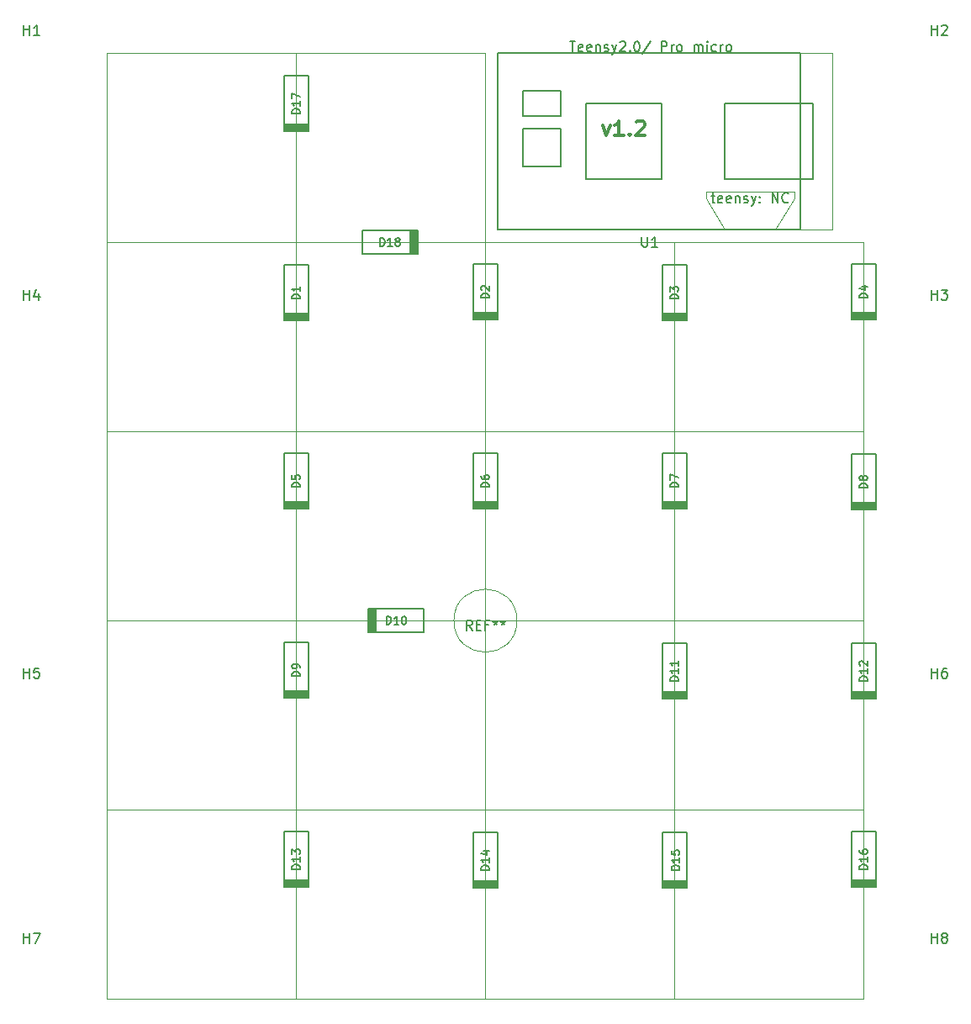
<source format=gbr>
G04 #@! TF.GenerationSoftware,KiCad,Pcbnew,(5.1.2)-2*
G04 #@! TF.CreationDate,2019-08-04T14:17:21-07:00*
G04 #@! TF.ProjectId,pcb v1.2,70636220-7631-42e3-922e-6b696361645f,rev?*
G04 #@! TF.SameCoordinates,Original*
G04 #@! TF.FileFunction,Legend,Top*
G04 #@! TF.FilePolarity,Positive*
%FSLAX46Y46*%
G04 Gerber Fmt 4.6, Leading zero omitted, Abs format (unit mm)*
G04 Created by KiCad (PCBNEW (5.1.2)-2) date 2019-08-04 14:17:21*
%MOMM*%
%LPD*%
G04 APERTURE LIST*
%ADD10C,0.120000*%
%ADD11C,0.150000*%
%ADD12C,0.300000*%
%ADD13C,0.200000*%
G04 APERTURE END LIST*
D10*
X161290000Y-47625000D02*
X157480000Y-47625000D01*
X161290000Y-29845000D02*
X161290000Y-47625000D01*
X160020000Y-29845000D02*
X161290000Y-29845000D01*
X158115000Y-29845000D02*
X160020000Y-29845000D01*
D11*
X142994523Y-28614761D02*
X142137380Y-29900476D01*
X144089761Y-29662380D02*
X144089761Y-28662380D01*
X144470714Y-28662380D01*
X144565952Y-28710000D01*
X144613571Y-28757619D01*
X144661190Y-28852857D01*
X144661190Y-28995714D01*
X144613571Y-29090952D01*
X144565952Y-29138571D01*
X144470714Y-29186190D01*
X144089761Y-29186190D01*
X145089761Y-29662380D02*
X145089761Y-28995714D01*
X145089761Y-29186190D02*
X145137380Y-29090952D01*
X145185000Y-29043333D01*
X145280238Y-28995714D01*
X145375476Y-28995714D01*
X145851666Y-29662380D02*
X145756428Y-29614761D01*
X145708809Y-29567142D01*
X145661190Y-29471904D01*
X145661190Y-29186190D01*
X145708809Y-29090952D01*
X145756428Y-29043333D01*
X145851666Y-28995714D01*
X145994523Y-28995714D01*
X146089761Y-29043333D01*
X146137380Y-29090952D01*
X146185000Y-29186190D01*
X146185000Y-29471904D01*
X146137380Y-29567142D01*
X146089761Y-29614761D01*
X145994523Y-29662380D01*
X145851666Y-29662380D01*
X147375476Y-29662380D02*
X147375476Y-28995714D01*
X147375476Y-29090952D02*
X147423095Y-29043333D01*
X147518333Y-28995714D01*
X147661190Y-28995714D01*
X147756428Y-29043333D01*
X147804047Y-29138571D01*
X147804047Y-29662380D01*
X147804047Y-29138571D02*
X147851666Y-29043333D01*
X147946904Y-28995714D01*
X148089761Y-28995714D01*
X148185000Y-29043333D01*
X148232619Y-29138571D01*
X148232619Y-29662380D01*
X148708809Y-29662380D02*
X148708809Y-28995714D01*
X148708809Y-28662380D02*
X148661190Y-28710000D01*
X148708809Y-28757619D01*
X148756428Y-28710000D01*
X148708809Y-28662380D01*
X148708809Y-28757619D01*
X149613571Y-29614761D02*
X149518333Y-29662380D01*
X149327857Y-29662380D01*
X149232619Y-29614761D01*
X149185000Y-29567142D01*
X149137380Y-29471904D01*
X149137380Y-29186190D01*
X149185000Y-29090952D01*
X149232619Y-29043333D01*
X149327857Y-28995714D01*
X149518333Y-28995714D01*
X149613571Y-29043333D01*
X150042142Y-29662380D02*
X150042142Y-28995714D01*
X150042142Y-29186190D02*
X150089761Y-29090952D01*
X150137380Y-29043333D01*
X150232619Y-28995714D01*
X150327857Y-28995714D01*
X150804047Y-29662380D02*
X150708809Y-29614761D01*
X150661190Y-29567142D01*
X150613571Y-29471904D01*
X150613571Y-29186190D01*
X150661190Y-29090952D01*
X150708809Y-29043333D01*
X150804047Y-28995714D01*
X150946904Y-28995714D01*
X151042142Y-29043333D01*
X151089761Y-29090952D01*
X151137380Y-29186190D01*
X151137380Y-29471904D01*
X151089761Y-29567142D01*
X151042142Y-29614761D01*
X150946904Y-29662380D01*
X150804047Y-29662380D01*
D10*
X155575000Y-47625000D02*
X150495000Y-47625000D01*
X157480000Y-44450000D02*
X155575000Y-47625000D01*
X157480000Y-43815000D02*
X157480000Y-44450000D01*
X148590000Y-43815000D02*
X157480000Y-43815000D01*
X148590000Y-44450000D02*
X148590000Y-43815000D01*
X150495000Y-47625000D02*
X148590000Y-44450000D01*
D11*
X149106428Y-44235714D02*
X149487380Y-44235714D01*
X149249285Y-43902380D02*
X149249285Y-44759523D01*
X149296904Y-44854761D01*
X149392142Y-44902380D01*
X149487380Y-44902380D01*
X150201666Y-44854761D02*
X150106428Y-44902380D01*
X149915952Y-44902380D01*
X149820714Y-44854761D01*
X149773095Y-44759523D01*
X149773095Y-44378571D01*
X149820714Y-44283333D01*
X149915952Y-44235714D01*
X150106428Y-44235714D01*
X150201666Y-44283333D01*
X150249285Y-44378571D01*
X150249285Y-44473809D01*
X149773095Y-44569047D01*
X151058809Y-44854761D02*
X150963571Y-44902380D01*
X150773095Y-44902380D01*
X150677857Y-44854761D01*
X150630238Y-44759523D01*
X150630238Y-44378571D01*
X150677857Y-44283333D01*
X150773095Y-44235714D01*
X150963571Y-44235714D01*
X151058809Y-44283333D01*
X151106428Y-44378571D01*
X151106428Y-44473809D01*
X150630238Y-44569047D01*
X151535000Y-44235714D02*
X151535000Y-44902380D01*
X151535000Y-44330952D02*
X151582619Y-44283333D01*
X151677857Y-44235714D01*
X151820714Y-44235714D01*
X151915952Y-44283333D01*
X151963571Y-44378571D01*
X151963571Y-44902380D01*
X152392142Y-44854761D02*
X152487380Y-44902380D01*
X152677857Y-44902380D01*
X152773095Y-44854761D01*
X152820714Y-44759523D01*
X152820714Y-44711904D01*
X152773095Y-44616666D01*
X152677857Y-44569047D01*
X152535000Y-44569047D01*
X152439761Y-44521428D01*
X152392142Y-44426190D01*
X152392142Y-44378571D01*
X152439761Y-44283333D01*
X152535000Y-44235714D01*
X152677857Y-44235714D01*
X152773095Y-44283333D01*
X153154047Y-44235714D02*
X153392142Y-44902380D01*
X153630238Y-44235714D02*
X153392142Y-44902380D01*
X153296904Y-45140476D01*
X153249285Y-45188095D01*
X153154047Y-45235714D01*
X154011190Y-44807142D02*
X154058809Y-44854761D01*
X154011190Y-44902380D01*
X153963571Y-44854761D01*
X154011190Y-44807142D01*
X154011190Y-44902380D01*
X154011190Y-44283333D02*
X154058809Y-44330952D01*
X154011190Y-44378571D01*
X153963571Y-44330952D01*
X154011190Y-44283333D01*
X154011190Y-44378571D01*
X155249285Y-44902380D02*
X155249285Y-43902380D01*
X155820714Y-44902380D01*
X155820714Y-43902380D01*
X156868333Y-44807142D02*
X156820714Y-44854761D01*
X156677857Y-44902380D01*
X156582619Y-44902380D01*
X156439761Y-44854761D01*
X156344523Y-44759523D01*
X156296904Y-44664285D01*
X156249285Y-44473809D01*
X156249285Y-44330952D01*
X156296904Y-44140476D01*
X156344523Y-44045238D01*
X156439761Y-43950000D01*
X156582619Y-43902380D01*
X156677857Y-43902380D01*
X156820714Y-43950000D01*
X156868333Y-43997619D01*
D12*
X138192142Y-37138571D02*
X138549285Y-38138571D01*
X138906428Y-37138571D01*
X140263571Y-38138571D02*
X139406428Y-38138571D01*
X139835000Y-38138571D02*
X139835000Y-36638571D01*
X139692142Y-36852857D01*
X139549285Y-36995714D01*
X139406428Y-37067142D01*
X140906428Y-37995714D02*
X140977857Y-38067142D01*
X140906428Y-38138571D01*
X140835000Y-38067142D01*
X140906428Y-37995714D01*
X140906428Y-38138571D01*
X141549285Y-36781428D02*
X141620714Y-36710000D01*
X141763571Y-36638571D01*
X142120714Y-36638571D01*
X142263571Y-36710000D01*
X142335000Y-36781428D01*
X142406428Y-36924285D01*
X142406428Y-37067142D01*
X142335000Y-37281428D01*
X141477857Y-38138571D01*
X142406428Y-38138571D01*
D10*
X129540000Y-86995000D02*
G75*
G03X129540000Y-86995000I-3175000J0D01*
G01*
D11*
X130175000Y-36195000D02*
X133985000Y-36195000D01*
X133985000Y-36195000D02*
X133985000Y-33655000D01*
X133985000Y-33655000D02*
X130175000Y-33655000D01*
X130175000Y-33655000D02*
X130175000Y-36195000D01*
X130175000Y-41275000D02*
X133985000Y-41275000D01*
X133985000Y-41275000D02*
X133985000Y-38735000D01*
X133985000Y-38735000D02*
X133985000Y-37465000D01*
X133985000Y-37465000D02*
X130175000Y-37465000D01*
X130175000Y-37465000D02*
X130175000Y-41275000D01*
X144145000Y-34925000D02*
X136525000Y-34925000D01*
X136525000Y-34925000D02*
X136525000Y-42545000D01*
X136525000Y-42545000D02*
X144145000Y-42545000D01*
X144145000Y-42545000D02*
X144145000Y-34925000D01*
X150495000Y-34925000D02*
X159385000Y-34925000D01*
X159385000Y-34925000D02*
X159385000Y-42545000D01*
X159385000Y-42545000D02*
X150495000Y-42545000D01*
X150495000Y-42545000D02*
X150495000Y-34925000D01*
X158115000Y-47625000D02*
X127635000Y-47625000D01*
X127635000Y-47625000D02*
X127635000Y-29845000D01*
X127635000Y-29845000D02*
X158115000Y-29845000D01*
X158115000Y-29845000D02*
X158115000Y-47625000D01*
D10*
X145415000Y-86995000D02*
X145415000Y-76200000D01*
X126365000Y-86995000D02*
X145415000Y-86995000D01*
X126365000Y-67945000D02*
X126365000Y-86995000D01*
X145415000Y-67945000D02*
X126365000Y-67945000D01*
X145415000Y-76200000D02*
X145415000Y-67945000D01*
D13*
X115310000Y-85795000D02*
X115310000Y-88195000D01*
X115210000Y-85795000D02*
X115210000Y-88195000D01*
X115110000Y-85795000D02*
X115110000Y-88195000D01*
X114935000Y-85795000D02*
X114935000Y-88195000D01*
X114760000Y-85795000D02*
X114760000Y-88195000D01*
X114585000Y-85795000D02*
X114585000Y-88195000D01*
X114585000Y-85795000D02*
X120185000Y-85795000D01*
X120185000Y-85795000D02*
X120185000Y-88195000D01*
X120185000Y-88195000D02*
X114585000Y-88195000D01*
X106115000Y-56050000D02*
X108515000Y-56050000D01*
X106115000Y-56150000D02*
X108515000Y-56150000D01*
X106115000Y-56250000D02*
X108515000Y-56250000D01*
X106115000Y-56425000D02*
X108515000Y-56425000D01*
X106115000Y-56600000D02*
X108515000Y-56600000D01*
X106115000Y-56775000D02*
X108515000Y-56775000D01*
X106115000Y-56775000D02*
X106115000Y-51175000D01*
X106115000Y-51175000D02*
X108515000Y-51175000D01*
X108515000Y-51175000D02*
X108515000Y-56775000D01*
X125165000Y-55960000D02*
X127565000Y-55960000D01*
X125165000Y-56060000D02*
X127565000Y-56060000D01*
X125165000Y-56160000D02*
X127565000Y-56160000D01*
X125165000Y-56335000D02*
X127565000Y-56335000D01*
X125165000Y-56510000D02*
X127565000Y-56510000D01*
X125165000Y-56685000D02*
X127565000Y-56685000D01*
X125165000Y-56685000D02*
X125165000Y-51085000D01*
X125165000Y-51085000D02*
X127565000Y-51085000D01*
X127565000Y-51085000D02*
X127565000Y-56685000D01*
X144215000Y-56050000D02*
X146615000Y-56050000D01*
X144215000Y-56150000D02*
X146615000Y-56150000D01*
X144215000Y-56250000D02*
X146615000Y-56250000D01*
X144215000Y-56425000D02*
X146615000Y-56425000D01*
X144215000Y-56600000D02*
X146615000Y-56600000D01*
X144215000Y-56775000D02*
X146615000Y-56775000D01*
X144215000Y-56775000D02*
X144215000Y-51175000D01*
X144215000Y-51175000D02*
X146615000Y-51175000D01*
X146615000Y-51175000D02*
X146615000Y-56775000D01*
X163265000Y-55960000D02*
X165665000Y-55960000D01*
X163265000Y-56060000D02*
X165665000Y-56060000D01*
X163265000Y-56160000D02*
X165665000Y-56160000D01*
X163265000Y-56335000D02*
X165665000Y-56335000D01*
X163265000Y-56510000D02*
X165665000Y-56510000D01*
X163265000Y-56685000D02*
X165665000Y-56685000D01*
X163265000Y-56685000D02*
X163265000Y-51085000D01*
X163265000Y-51085000D02*
X165665000Y-51085000D01*
X165665000Y-51085000D02*
X165665000Y-56685000D01*
X108515000Y-70135000D02*
X108515000Y-75735000D01*
X106115000Y-70135000D02*
X108515000Y-70135000D01*
X106115000Y-75735000D02*
X106115000Y-70135000D01*
X106115000Y-75735000D02*
X108515000Y-75735000D01*
X106115000Y-75560000D02*
X108515000Y-75560000D01*
X106115000Y-75385000D02*
X108515000Y-75385000D01*
X106115000Y-75210000D02*
X108515000Y-75210000D01*
X106115000Y-75110000D02*
X108515000Y-75110000D01*
X106115000Y-75010000D02*
X108515000Y-75010000D01*
X127565000Y-70135000D02*
X127565000Y-75735000D01*
X125165000Y-70135000D02*
X127565000Y-70135000D01*
X125165000Y-75735000D02*
X125165000Y-70135000D01*
X125165000Y-75735000D02*
X127565000Y-75735000D01*
X125165000Y-75560000D02*
X127565000Y-75560000D01*
X125165000Y-75385000D02*
X127565000Y-75385000D01*
X125165000Y-75210000D02*
X127565000Y-75210000D01*
X125165000Y-75110000D02*
X127565000Y-75110000D01*
X125165000Y-75010000D02*
X127565000Y-75010000D01*
X146615000Y-70135000D02*
X146615000Y-75735000D01*
X144215000Y-70135000D02*
X146615000Y-70135000D01*
X144215000Y-75735000D02*
X144215000Y-70135000D01*
X144215000Y-75735000D02*
X146615000Y-75735000D01*
X144215000Y-75560000D02*
X146615000Y-75560000D01*
X144215000Y-75385000D02*
X146615000Y-75385000D01*
X144215000Y-75210000D02*
X146615000Y-75210000D01*
X144215000Y-75110000D02*
X146615000Y-75110000D01*
X144215000Y-75010000D02*
X146615000Y-75010000D01*
X165665000Y-70225000D02*
X165665000Y-75825000D01*
X163265000Y-70225000D02*
X165665000Y-70225000D01*
X163265000Y-75825000D02*
X163265000Y-70225000D01*
X163265000Y-75825000D02*
X165665000Y-75825000D01*
X163265000Y-75650000D02*
X165665000Y-75650000D01*
X163265000Y-75475000D02*
X165665000Y-75475000D01*
X163265000Y-75300000D02*
X165665000Y-75300000D01*
X163265000Y-75200000D02*
X165665000Y-75200000D01*
X163265000Y-75100000D02*
X165665000Y-75100000D01*
X106115000Y-94060000D02*
X108515000Y-94060000D01*
X106115000Y-94160000D02*
X108515000Y-94160000D01*
X106115000Y-94260000D02*
X108515000Y-94260000D01*
X106115000Y-94435000D02*
X108515000Y-94435000D01*
X106115000Y-94610000D02*
X108515000Y-94610000D01*
X106115000Y-94785000D02*
X108515000Y-94785000D01*
X106115000Y-94785000D02*
X106115000Y-89185000D01*
X106115000Y-89185000D02*
X108515000Y-89185000D01*
X108515000Y-89185000D02*
X108515000Y-94785000D01*
X144215000Y-94150000D02*
X146615000Y-94150000D01*
X144215000Y-94250000D02*
X146615000Y-94250000D01*
X144215000Y-94350000D02*
X146615000Y-94350000D01*
X144215000Y-94525000D02*
X146615000Y-94525000D01*
X144215000Y-94700000D02*
X146615000Y-94700000D01*
X144215000Y-94875000D02*
X146615000Y-94875000D01*
X144215000Y-94875000D02*
X144215000Y-89275000D01*
X144215000Y-89275000D02*
X146615000Y-89275000D01*
X146615000Y-89275000D02*
X146615000Y-94875000D01*
X163265000Y-94150000D02*
X165665000Y-94150000D01*
X163265000Y-94250000D02*
X165665000Y-94250000D01*
X163265000Y-94350000D02*
X165665000Y-94350000D01*
X163265000Y-94525000D02*
X165665000Y-94525000D01*
X163265000Y-94700000D02*
X165665000Y-94700000D01*
X163265000Y-94875000D02*
X165665000Y-94875000D01*
X163265000Y-94875000D02*
X163265000Y-89275000D01*
X163265000Y-89275000D02*
X165665000Y-89275000D01*
X165665000Y-89275000D02*
X165665000Y-94875000D01*
X108515000Y-108235000D02*
X108515000Y-113835000D01*
X106115000Y-108235000D02*
X108515000Y-108235000D01*
X106115000Y-113835000D02*
X106115000Y-108235000D01*
X106115000Y-113835000D02*
X108515000Y-113835000D01*
X106115000Y-113660000D02*
X108515000Y-113660000D01*
X106115000Y-113485000D02*
X108515000Y-113485000D01*
X106115000Y-113310000D02*
X108515000Y-113310000D01*
X106115000Y-113210000D02*
X108515000Y-113210000D01*
X106115000Y-113110000D02*
X108515000Y-113110000D01*
X127565000Y-108325000D02*
X127565000Y-113925000D01*
X125165000Y-108325000D02*
X127565000Y-108325000D01*
X125165000Y-113925000D02*
X125165000Y-108325000D01*
X125165000Y-113925000D02*
X127565000Y-113925000D01*
X125165000Y-113750000D02*
X127565000Y-113750000D01*
X125165000Y-113575000D02*
X127565000Y-113575000D01*
X125165000Y-113400000D02*
X127565000Y-113400000D01*
X125165000Y-113300000D02*
X127565000Y-113300000D01*
X125165000Y-113200000D02*
X127565000Y-113200000D01*
X146615000Y-108325000D02*
X146615000Y-113925000D01*
X144215000Y-108325000D02*
X146615000Y-108325000D01*
X144215000Y-113925000D02*
X144215000Y-108325000D01*
X144215000Y-113925000D02*
X146615000Y-113925000D01*
X144215000Y-113750000D02*
X146615000Y-113750000D01*
X144215000Y-113575000D02*
X146615000Y-113575000D01*
X144215000Y-113400000D02*
X146615000Y-113400000D01*
X144215000Y-113300000D02*
X146615000Y-113300000D01*
X144215000Y-113200000D02*
X146615000Y-113200000D01*
X165665000Y-108235000D02*
X165665000Y-113835000D01*
X163265000Y-108235000D02*
X165665000Y-108235000D01*
X163265000Y-113835000D02*
X163265000Y-108235000D01*
X163265000Y-113835000D02*
X165665000Y-113835000D01*
X163265000Y-113660000D02*
X165665000Y-113660000D01*
X163265000Y-113485000D02*
X165665000Y-113485000D01*
X163265000Y-113310000D02*
X165665000Y-113310000D01*
X163265000Y-113210000D02*
X165665000Y-113210000D01*
X163265000Y-113110000D02*
X165665000Y-113110000D01*
X106115000Y-37000000D02*
X108515000Y-37000000D01*
X106115000Y-37100000D02*
X108515000Y-37100000D01*
X106115000Y-37200000D02*
X108515000Y-37200000D01*
X106115000Y-37375000D02*
X108515000Y-37375000D01*
X106115000Y-37550000D02*
X108515000Y-37550000D01*
X106115000Y-37725000D02*
X108515000Y-37725000D01*
X106115000Y-37725000D02*
X106115000Y-32125000D01*
X106115000Y-32125000D02*
X108515000Y-32125000D01*
X108515000Y-32125000D02*
X108515000Y-37725000D01*
D10*
X107315000Y-57150000D02*
X107315000Y-48895000D01*
X107315000Y-48895000D02*
X88265000Y-48895000D01*
X88265000Y-48895000D02*
X88265000Y-67945000D01*
X88265000Y-67945000D02*
X107315000Y-67945000D01*
X107315000Y-67945000D02*
X107315000Y-57150000D01*
X126365000Y-57150000D02*
X126365000Y-48895000D01*
X126365000Y-48895000D02*
X107315000Y-48895000D01*
X107315000Y-48895000D02*
X107315000Y-67945000D01*
X107315000Y-67945000D02*
X126365000Y-67945000D01*
X126365000Y-67945000D02*
X126365000Y-57150000D01*
X145415000Y-57150000D02*
X145415000Y-48895000D01*
X145415000Y-48895000D02*
X126365000Y-48895000D01*
X126365000Y-48895000D02*
X126365000Y-67945000D01*
X126365000Y-67945000D02*
X145415000Y-67945000D01*
X145415000Y-67945000D02*
X145415000Y-57150000D01*
X164465000Y-67945000D02*
X164465000Y-57150000D01*
X145415000Y-67945000D02*
X164465000Y-67945000D01*
X145415000Y-48895000D02*
X145415000Y-67945000D01*
X164465000Y-48895000D02*
X145415000Y-48895000D01*
X164465000Y-57150000D02*
X164465000Y-48895000D01*
X107315000Y-86995000D02*
X107315000Y-76200000D01*
X88265000Y-86995000D02*
X107315000Y-86995000D01*
X88265000Y-67945000D02*
X88265000Y-86995000D01*
X107315000Y-67945000D02*
X88265000Y-67945000D01*
X107315000Y-76200000D02*
X107315000Y-67945000D01*
X126365000Y-76200000D02*
X126365000Y-67945000D01*
X126365000Y-67945000D02*
X107315000Y-67945000D01*
X107315000Y-67945000D02*
X107315000Y-86995000D01*
X107315000Y-86995000D02*
X126365000Y-86995000D01*
X126365000Y-86995000D02*
X126365000Y-76200000D01*
X164465000Y-76200000D02*
X164465000Y-67945000D01*
X164465000Y-67945000D02*
X145415000Y-67945000D01*
X145415000Y-67945000D02*
X145415000Y-86995000D01*
X145415000Y-86995000D02*
X164465000Y-86995000D01*
X164465000Y-86995000D02*
X164465000Y-76200000D01*
X107315000Y-95250000D02*
X107315000Y-86995000D01*
X107315000Y-86995000D02*
X88265000Y-86995000D01*
X88265000Y-86995000D02*
X88265000Y-106045000D01*
X88265000Y-106045000D02*
X107315000Y-106045000D01*
X107315000Y-106045000D02*
X107315000Y-95250000D01*
X126365000Y-106045000D02*
X126365000Y-95250000D01*
X107315000Y-106045000D02*
X126365000Y-106045000D01*
X107315000Y-86995000D02*
X107315000Y-106045000D01*
X126365000Y-86995000D02*
X107315000Y-86995000D01*
X126365000Y-95250000D02*
X126365000Y-86995000D01*
X145415000Y-95250000D02*
X145415000Y-86995000D01*
X145415000Y-86995000D02*
X126365000Y-86995000D01*
X126365000Y-86995000D02*
X126365000Y-106045000D01*
X126365000Y-106045000D02*
X145415000Y-106045000D01*
X145415000Y-106045000D02*
X145415000Y-95250000D01*
X164465000Y-95250000D02*
X164465000Y-86995000D01*
X164465000Y-86995000D02*
X145415000Y-86995000D01*
X145415000Y-86995000D02*
X145415000Y-106045000D01*
X145415000Y-106045000D02*
X164465000Y-106045000D01*
X164465000Y-106045000D02*
X164465000Y-95250000D01*
X107315000Y-125095000D02*
X107315000Y-114300000D01*
X88265000Y-125095000D02*
X107315000Y-125095000D01*
X88265000Y-106045000D02*
X88265000Y-125095000D01*
X107315000Y-106045000D02*
X88265000Y-106045000D01*
X107315000Y-114300000D02*
X107315000Y-106045000D01*
X126365000Y-114300000D02*
X126365000Y-106045000D01*
X126365000Y-106045000D02*
X107315000Y-106045000D01*
X107315000Y-106045000D02*
X107315000Y-125095000D01*
X107315000Y-125095000D02*
X126365000Y-125095000D01*
X126365000Y-125095000D02*
X126365000Y-114300000D01*
X145415000Y-125095000D02*
X145415000Y-114300000D01*
X126365000Y-125095000D02*
X145415000Y-125095000D01*
X126365000Y-106045000D02*
X126365000Y-125095000D01*
X145415000Y-106045000D02*
X126365000Y-106045000D01*
X145415000Y-114300000D02*
X145415000Y-106045000D01*
X164465000Y-125095000D02*
X164465000Y-114300000D01*
X145415000Y-125095000D02*
X164465000Y-125095000D01*
X145415000Y-106045000D02*
X145415000Y-125095000D01*
X164465000Y-106045000D02*
X145415000Y-106045000D01*
X164465000Y-114300000D02*
X164465000Y-106045000D01*
X107315000Y-48895000D02*
X107315000Y-38100000D01*
X88265000Y-48895000D02*
X107315000Y-48895000D01*
X88265000Y-29845000D02*
X88265000Y-48895000D01*
X107315000Y-29845000D02*
X88265000Y-29845000D01*
X107315000Y-38100000D02*
X107315000Y-29845000D01*
X126365000Y-48895000D02*
X126365000Y-38100000D01*
X107315000Y-48895000D02*
X126365000Y-48895000D01*
X107315000Y-29845000D02*
X107315000Y-48895000D01*
X126365000Y-29845000D02*
X107315000Y-29845000D01*
X126365000Y-38100000D02*
X126365000Y-29845000D01*
D13*
X118825000Y-50095000D02*
X118825000Y-47695000D01*
X118925000Y-50095000D02*
X118925000Y-47695000D01*
X119025000Y-50095000D02*
X119025000Y-47695000D01*
X119200000Y-50095000D02*
X119200000Y-47695000D01*
X119375000Y-50095000D02*
X119375000Y-47695000D01*
X119550000Y-50095000D02*
X119550000Y-47695000D01*
X119550000Y-50095000D02*
X113950000Y-50095000D01*
X113950000Y-50095000D02*
X113950000Y-47695000D01*
X113950000Y-47695000D02*
X119550000Y-47695000D01*
D11*
X125031666Y-87947380D02*
X124698333Y-87471190D01*
X124460238Y-87947380D02*
X124460238Y-86947380D01*
X124841190Y-86947380D01*
X124936428Y-86995000D01*
X124984047Y-87042619D01*
X125031666Y-87137857D01*
X125031666Y-87280714D01*
X124984047Y-87375952D01*
X124936428Y-87423571D01*
X124841190Y-87471190D01*
X124460238Y-87471190D01*
X125460238Y-87423571D02*
X125793571Y-87423571D01*
X125936428Y-87947380D02*
X125460238Y-87947380D01*
X125460238Y-86947380D01*
X125936428Y-86947380D01*
X126698333Y-87423571D02*
X126365000Y-87423571D01*
X126365000Y-87947380D02*
X126365000Y-86947380D01*
X126841190Y-86947380D01*
X127365000Y-86947380D02*
X127365000Y-87185476D01*
X127126904Y-87090238D02*
X127365000Y-87185476D01*
X127603095Y-87090238D01*
X127222142Y-87375952D02*
X127365000Y-87185476D01*
X127507857Y-87375952D01*
X128126904Y-86947380D02*
X128126904Y-87185476D01*
X127888809Y-87090238D02*
X128126904Y-87185476D01*
X128365000Y-87090238D01*
X127984047Y-87375952D02*
X128126904Y-87185476D01*
X128269761Y-87375952D01*
X142113095Y-48347380D02*
X142113095Y-49156904D01*
X142160714Y-49252142D01*
X142208333Y-49299761D01*
X142303571Y-49347380D01*
X142494047Y-49347380D01*
X142589285Y-49299761D01*
X142636904Y-49252142D01*
X142684523Y-49156904D01*
X142684523Y-48347380D01*
X143684523Y-49347380D02*
X143113095Y-49347380D01*
X143398809Y-49347380D02*
X143398809Y-48347380D01*
X143303571Y-48490238D01*
X143208333Y-48585476D01*
X143113095Y-48633095D01*
X134858571Y-28662380D02*
X135430000Y-28662380D01*
X135144285Y-29662380D02*
X135144285Y-28662380D01*
X136144285Y-29614761D02*
X136049047Y-29662380D01*
X135858571Y-29662380D01*
X135763333Y-29614761D01*
X135715714Y-29519523D01*
X135715714Y-29138571D01*
X135763333Y-29043333D01*
X135858571Y-28995714D01*
X136049047Y-28995714D01*
X136144285Y-29043333D01*
X136191904Y-29138571D01*
X136191904Y-29233809D01*
X135715714Y-29329047D01*
X137001428Y-29614761D02*
X136906190Y-29662380D01*
X136715714Y-29662380D01*
X136620476Y-29614761D01*
X136572857Y-29519523D01*
X136572857Y-29138571D01*
X136620476Y-29043333D01*
X136715714Y-28995714D01*
X136906190Y-28995714D01*
X137001428Y-29043333D01*
X137049047Y-29138571D01*
X137049047Y-29233809D01*
X136572857Y-29329047D01*
X137477619Y-28995714D02*
X137477619Y-29662380D01*
X137477619Y-29090952D02*
X137525238Y-29043333D01*
X137620476Y-28995714D01*
X137763333Y-28995714D01*
X137858571Y-29043333D01*
X137906190Y-29138571D01*
X137906190Y-29662380D01*
X138334761Y-29614761D02*
X138430000Y-29662380D01*
X138620476Y-29662380D01*
X138715714Y-29614761D01*
X138763333Y-29519523D01*
X138763333Y-29471904D01*
X138715714Y-29376666D01*
X138620476Y-29329047D01*
X138477619Y-29329047D01*
X138382380Y-29281428D01*
X138334761Y-29186190D01*
X138334761Y-29138571D01*
X138382380Y-29043333D01*
X138477619Y-28995714D01*
X138620476Y-28995714D01*
X138715714Y-29043333D01*
X139096666Y-28995714D02*
X139334761Y-29662380D01*
X139572857Y-28995714D02*
X139334761Y-29662380D01*
X139239523Y-29900476D01*
X139191904Y-29948095D01*
X139096666Y-29995714D01*
X139906190Y-28757619D02*
X139953809Y-28710000D01*
X140049047Y-28662380D01*
X140287142Y-28662380D01*
X140382380Y-28710000D01*
X140430000Y-28757619D01*
X140477619Y-28852857D01*
X140477619Y-28948095D01*
X140430000Y-29090952D01*
X139858571Y-29662380D01*
X140477619Y-29662380D01*
X140906190Y-29567142D02*
X140953809Y-29614761D01*
X140906190Y-29662380D01*
X140858571Y-29614761D01*
X140906190Y-29567142D01*
X140906190Y-29662380D01*
X141572857Y-28662380D02*
X141668095Y-28662380D01*
X141763333Y-28710000D01*
X141810952Y-28757619D01*
X141858571Y-28852857D01*
X141906190Y-29043333D01*
X141906190Y-29281428D01*
X141858571Y-29471904D01*
X141810952Y-29567142D01*
X141763333Y-29614761D01*
X141668095Y-29662380D01*
X141572857Y-29662380D01*
X141477619Y-29614761D01*
X141430000Y-29567142D01*
X141382380Y-29471904D01*
X141334761Y-29281428D01*
X141334761Y-29043333D01*
X141382380Y-28852857D01*
X141430000Y-28757619D01*
X141477619Y-28710000D01*
X141572857Y-28662380D01*
X116413571Y-87356904D02*
X116413571Y-86556904D01*
X116604047Y-86556904D01*
X116718333Y-86595000D01*
X116794523Y-86671190D01*
X116832619Y-86747380D01*
X116870714Y-86899761D01*
X116870714Y-87014047D01*
X116832619Y-87166428D01*
X116794523Y-87242619D01*
X116718333Y-87318809D01*
X116604047Y-87356904D01*
X116413571Y-87356904D01*
X117632619Y-87356904D02*
X117175476Y-87356904D01*
X117404047Y-87356904D02*
X117404047Y-86556904D01*
X117327857Y-86671190D01*
X117251666Y-86747380D01*
X117175476Y-86785476D01*
X118127857Y-86556904D02*
X118204047Y-86556904D01*
X118280238Y-86595000D01*
X118318333Y-86633095D01*
X118356428Y-86709285D01*
X118394523Y-86861666D01*
X118394523Y-87052142D01*
X118356428Y-87204523D01*
X118318333Y-87280714D01*
X118280238Y-87318809D01*
X118204047Y-87356904D01*
X118127857Y-87356904D01*
X118051666Y-87318809D01*
X118013571Y-87280714D01*
X117975476Y-87204523D01*
X117937380Y-87052142D01*
X117937380Y-86861666D01*
X117975476Y-86709285D01*
X118013571Y-86633095D01*
X118051666Y-86595000D01*
X118127857Y-86556904D01*
X107676904Y-54565476D02*
X106876904Y-54565476D01*
X106876904Y-54375000D01*
X106915000Y-54260714D01*
X106991190Y-54184523D01*
X107067380Y-54146428D01*
X107219761Y-54108333D01*
X107334047Y-54108333D01*
X107486428Y-54146428D01*
X107562619Y-54184523D01*
X107638809Y-54260714D01*
X107676904Y-54375000D01*
X107676904Y-54565476D01*
X107676904Y-53346428D02*
X107676904Y-53803571D01*
X107676904Y-53575000D02*
X106876904Y-53575000D01*
X106991190Y-53651190D01*
X107067380Y-53727380D01*
X107105476Y-53803571D01*
X126726904Y-54475476D02*
X125926904Y-54475476D01*
X125926904Y-54285000D01*
X125965000Y-54170714D01*
X126041190Y-54094523D01*
X126117380Y-54056428D01*
X126269761Y-54018333D01*
X126384047Y-54018333D01*
X126536428Y-54056428D01*
X126612619Y-54094523D01*
X126688809Y-54170714D01*
X126726904Y-54285000D01*
X126726904Y-54475476D01*
X126003095Y-53713571D02*
X125965000Y-53675476D01*
X125926904Y-53599285D01*
X125926904Y-53408809D01*
X125965000Y-53332619D01*
X126003095Y-53294523D01*
X126079285Y-53256428D01*
X126155476Y-53256428D01*
X126269761Y-53294523D01*
X126726904Y-53751666D01*
X126726904Y-53256428D01*
X145776904Y-54565476D02*
X144976904Y-54565476D01*
X144976904Y-54375000D01*
X145015000Y-54260714D01*
X145091190Y-54184523D01*
X145167380Y-54146428D01*
X145319761Y-54108333D01*
X145434047Y-54108333D01*
X145586428Y-54146428D01*
X145662619Y-54184523D01*
X145738809Y-54260714D01*
X145776904Y-54375000D01*
X145776904Y-54565476D01*
X144976904Y-53841666D02*
X144976904Y-53346428D01*
X145281666Y-53613095D01*
X145281666Y-53498809D01*
X145319761Y-53422619D01*
X145357857Y-53384523D01*
X145434047Y-53346428D01*
X145624523Y-53346428D01*
X145700714Y-53384523D01*
X145738809Y-53422619D01*
X145776904Y-53498809D01*
X145776904Y-53727380D01*
X145738809Y-53803571D01*
X145700714Y-53841666D01*
X164826904Y-54475476D02*
X164026904Y-54475476D01*
X164026904Y-54285000D01*
X164065000Y-54170714D01*
X164141190Y-54094523D01*
X164217380Y-54056428D01*
X164369761Y-54018333D01*
X164484047Y-54018333D01*
X164636428Y-54056428D01*
X164712619Y-54094523D01*
X164788809Y-54170714D01*
X164826904Y-54285000D01*
X164826904Y-54475476D01*
X164293571Y-53332619D02*
X164826904Y-53332619D01*
X163988809Y-53523095D02*
X164560238Y-53713571D01*
X164560238Y-53218333D01*
X107676904Y-73525476D02*
X106876904Y-73525476D01*
X106876904Y-73335000D01*
X106915000Y-73220714D01*
X106991190Y-73144523D01*
X107067380Y-73106428D01*
X107219761Y-73068333D01*
X107334047Y-73068333D01*
X107486428Y-73106428D01*
X107562619Y-73144523D01*
X107638809Y-73220714D01*
X107676904Y-73335000D01*
X107676904Y-73525476D01*
X106876904Y-72344523D02*
X106876904Y-72725476D01*
X107257857Y-72763571D01*
X107219761Y-72725476D01*
X107181666Y-72649285D01*
X107181666Y-72458809D01*
X107219761Y-72382619D01*
X107257857Y-72344523D01*
X107334047Y-72306428D01*
X107524523Y-72306428D01*
X107600714Y-72344523D01*
X107638809Y-72382619D01*
X107676904Y-72458809D01*
X107676904Y-72649285D01*
X107638809Y-72725476D01*
X107600714Y-72763571D01*
X126726904Y-73525476D02*
X125926904Y-73525476D01*
X125926904Y-73335000D01*
X125965000Y-73220714D01*
X126041190Y-73144523D01*
X126117380Y-73106428D01*
X126269761Y-73068333D01*
X126384047Y-73068333D01*
X126536428Y-73106428D01*
X126612619Y-73144523D01*
X126688809Y-73220714D01*
X126726904Y-73335000D01*
X126726904Y-73525476D01*
X125926904Y-72382619D02*
X125926904Y-72535000D01*
X125965000Y-72611190D01*
X126003095Y-72649285D01*
X126117380Y-72725476D01*
X126269761Y-72763571D01*
X126574523Y-72763571D01*
X126650714Y-72725476D01*
X126688809Y-72687380D01*
X126726904Y-72611190D01*
X126726904Y-72458809D01*
X126688809Y-72382619D01*
X126650714Y-72344523D01*
X126574523Y-72306428D01*
X126384047Y-72306428D01*
X126307857Y-72344523D01*
X126269761Y-72382619D01*
X126231666Y-72458809D01*
X126231666Y-72611190D01*
X126269761Y-72687380D01*
X126307857Y-72725476D01*
X126384047Y-72763571D01*
X145776904Y-73525476D02*
X144976904Y-73525476D01*
X144976904Y-73335000D01*
X145015000Y-73220714D01*
X145091190Y-73144523D01*
X145167380Y-73106428D01*
X145319761Y-73068333D01*
X145434047Y-73068333D01*
X145586428Y-73106428D01*
X145662619Y-73144523D01*
X145738809Y-73220714D01*
X145776904Y-73335000D01*
X145776904Y-73525476D01*
X144976904Y-72801666D02*
X144976904Y-72268333D01*
X145776904Y-72611190D01*
X164826904Y-73615476D02*
X164026904Y-73615476D01*
X164026904Y-73425000D01*
X164065000Y-73310714D01*
X164141190Y-73234523D01*
X164217380Y-73196428D01*
X164369761Y-73158333D01*
X164484047Y-73158333D01*
X164636428Y-73196428D01*
X164712619Y-73234523D01*
X164788809Y-73310714D01*
X164826904Y-73425000D01*
X164826904Y-73615476D01*
X164369761Y-72701190D02*
X164331666Y-72777380D01*
X164293571Y-72815476D01*
X164217380Y-72853571D01*
X164179285Y-72853571D01*
X164103095Y-72815476D01*
X164065000Y-72777380D01*
X164026904Y-72701190D01*
X164026904Y-72548809D01*
X164065000Y-72472619D01*
X164103095Y-72434523D01*
X164179285Y-72396428D01*
X164217380Y-72396428D01*
X164293571Y-72434523D01*
X164331666Y-72472619D01*
X164369761Y-72548809D01*
X164369761Y-72701190D01*
X164407857Y-72777380D01*
X164445952Y-72815476D01*
X164522142Y-72853571D01*
X164674523Y-72853571D01*
X164750714Y-72815476D01*
X164788809Y-72777380D01*
X164826904Y-72701190D01*
X164826904Y-72548809D01*
X164788809Y-72472619D01*
X164750714Y-72434523D01*
X164674523Y-72396428D01*
X164522142Y-72396428D01*
X164445952Y-72434523D01*
X164407857Y-72472619D01*
X164369761Y-72548809D01*
X107676904Y-92575476D02*
X106876904Y-92575476D01*
X106876904Y-92385000D01*
X106915000Y-92270714D01*
X106991190Y-92194523D01*
X107067380Y-92156428D01*
X107219761Y-92118333D01*
X107334047Y-92118333D01*
X107486428Y-92156428D01*
X107562619Y-92194523D01*
X107638809Y-92270714D01*
X107676904Y-92385000D01*
X107676904Y-92575476D01*
X107676904Y-91737380D02*
X107676904Y-91585000D01*
X107638809Y-91508809D01*
X107600714Y-91470714D01*
X107486428Y-91394523D01*
X107334047Y-91356428D01*
X107029285Y-91356428D01*
X106953095Y-91394523D01*
X106915000Y-91432619D01*
X106876904Y-91508809D01*
X106876904Y-91661190D01*
X106915000Y-91737380D01*
X106953095Y-91775476D01*
X107029285Y-91813571D01*
X107219761Y-91813571D01*
X107295952Y-91775476D01*
X107334047Y-91737380D01*
X107372142Y-91661190D01*
X107372142Y-91508809D01*
X107334047Y-91432619D01*
X107295952Y-91394523D01*
X107219761Y-91356428D01*
X145776904Y-93046428D02*
X144976904Y-93046428D01*
X144976904Y-92855952D01*
X145015000Y-92741666D01*
X145091190Y-92665476D01*
X145167380Y-92627380D01*
X145319761Y-92589285D01*
X145434047Y-92589285D01*
X145586428Y-92627380D01*
X145662619Y-92665476D01*
X145738809Y-92741666D01*
X145776904Y-92855952D01*
X145776904Y-93046428D01*
X145776904Y-91827380D02*
X145776904Y-92284523D01*
X145776904Y-92055952D02*
X144976904Y-92055952D01*
X145091190Y-92132142D01*
X145167380Y-92208333D01*
X145205476Y-92284523D01*
X145776904Y-91065476D02*
X145776904Y-91522619D01*
X145776904Y-91294047D02*
X144976904Y-91294047D01*
X145091190Y-91370238D01*
X145167380Y-91446428D01*
X145205476Y-91522619D01*
X164826904Y-93046428D02*
X164026904Y-93046428D01*
X164026904Y-92855952D01*
X164065000Y-92741666D01*
X164141190Y-92665476D01*
X164217380Y-92627380D01*
X164369761Y-92589285D01*
X164484047Y-92589285D01*
X164636428Y-92627380D01*
X164712619Y-92665476D01*
X164788809Y-92741666D01*
X164826904Y-92855952D01*
X164826904Y-93046428D01*
X164826904Y-91827380D02*
X164826904Y-92284523D01*
X164826904Y-92055952D02*
X164026904Y-92055952D01*
X164141190Y-92132142D01*
X164217380Y-92208333D01*
X164255476Y-92284523D01*
X164103095Y-91522619D02*
X164065000Y-91484523D01*
X164026904Y-91408333D01*
X164026904Y-91217857D01*
X164065000Y-91141666D01*
X164103095Y-91103571D01*
X164179285Y-91065476D01*
X164255476Y-91065476D01*
X164369761Y-91103571D01*
X164826904Y-91560714D01*
X164826904Y-91065476D01*
X107676904Y-112006428D02*
X106876904Y-112006428D01*
X106876904Y-111815952D01*
X106915000Y-111701666D01*
X106991190Y-111625476D01*
X107067380Y-111587380D01*
X107219761Y-111549285D01*
X107334047Y-111549285D01*
X107486428Y-111587380D01*
X107562619Y-111625476D01*
X107638809Y-111701666D01*
X107676904Y-111815952D01*
X107676904Y-112006428D01*
X107676904Y-110787380D02*
X107676904Y-111244523D01*
X107676904Y-111015952D02*
X106876904Y-111015952D01*
X106991190Y-111092142D01*
X107067380Y-111168333D01*
X107105476Y-111244523D01*
X106876904Y-110520714D02*
X106876904Y-110025476D01*
X107181666Y-110292142D01*
X107181666Y-110177857D01*
X107219761Y-110101666D01*
X107257857Y-110063571D01*
X107334047Y-110025476D01*
X107524523Y-110025476D01*
X107600714Y-110063571D01*
X107638809Y-110101666D01*
X107676904Y-110177857D01*
X107676904Y-110406428D01*
X107638809Y-110482619D01*
X107600714Y-110520714D01*
X126726904Y-112096428D02*
X125926904Y-112096428D01*
X125926904Y-111905952D01*
X125965000Y-111791666D01*
X126041190Y-111715476D01*
X126117380Y-111677380D01*
X126269761Y-111639285D01*
X126384047Y-111639285D01*
X126536428Y-111677380D01*
X126612619Y-111715476D01*
X126688809Y-111791666D01*
X126726904Y-111905952D01*
X126726904Y-112096428D01*
X126726904Y-110877380D02*
X126726904Y-111334523D01*
X126726904Y-111105952D02*
X125926904Y-111105952D01*
X126041190Y-111182142D01*
X126117380Y-111258333D01*
X126155476Y-111334523D01*
X126193571Y-110191666D02*
X126726904Y-110191666D01*
X125888809Y-110382142D02*
X126460238Y-110572619D01*
X126460238Y-110077380D01*
X145896903Y-112096428D02*
X145096903Y-112096428D01*
X145096903Y-111905952D01*
X145134999Y-111791666D01*
X145211189Y-111715476D01*
X145287379Y-111677380D01*
X145439760Y-111639285D01*
X145554046Y-111639285D01*
X145706427Y-111677380D01*
X145782618Y-111715476D01*
X145858808Y-111791666D01*
X145896903Y-111905952D01*
X145896903Y-112096428D01*
X145896903Y-110877380D02*
X145896903Y-111334523D01*
X145896903Y-111105952D02*
X145096903Y-111105952D01*
X145211189Y-111182142D01*
X145287379Y-111258333D01*
X145325475Y-111334523D01*
X145096903Y-110153571D02*
X145096903Y-110534523D01*
X145477856Y-110572619D01*
X145439760Y-110534523D01*
X145401665Y-110458333D01*
X145401665Y-110267857D01*
X145439760Y-110191666D01*
X145477856Y-110153571D01*
X145554046Y-110115476D01*
X145744522Y-110115476D01*
X145820713Y-110153571D01*
X145858808Y-110191666D01*
X145896903Y-110267857D01*
X145896903Y-110458333D01*
X145858808Y-110534523D01*
X145820713Y-110572619D01*
X164826904Y-112006428D02*
X164026904Y-112006428D01*
X164026904Y-111815952D01*
X164065000Y-111701666D01*
X164141190Y-111625476D01*
X164217380Y-111587380D01*
X164369761Y-111549285D01*
X164484047Y-111549285D01*
X164636428Y-111587380D01*
X164712619Y-111625476D01*
X164788809Y-111701666D01*
X164826904Y-111815952D01*
X164826904Y-112006428D01*
X164826904Y-110787380D02*
X164826904Y-111244523D01*
X164826904Y-111015952D02*
X164026904Y-111015952D01*
X164141190Y-111092142D01*
X164217380Y-111168333D01*
X164255476Y-111244523D01*
X164026904Y-110101666D02*
X164026904Y-110254047D01*
X164065000Y-110330238D01*
X164103095Y-110368333D01*
X164217380Y-110444523D01*
X164369761Y-110482619D01*
X164674523Y-110482619D01*
X164750714Y-110444523D01*
X164788809Y-110406428D01*
X164826904Y-110330238D01*
X164826904Y-110177857D01*
X164788809Y-110101666D01*
X164750714Y-110063571D01*
X164674523Y-110025476D01*
X164484047Y-110025476D01*
X164407857Y-110063571D01*
X164369761Y-110101666D01*
X164331666Y-110177857D01*
X164331666Y-110330238D01*
X164369761Y-110406428D01*
X164407857Y-110444523D01*
X164484047Y-110482619D01*
X107676904Y-35896428D02*
X106876904Y-35896428D01*
X106876904Y-35705952D01*
X106915000Y-35591666D01*
X106991190Y-35515476D01*
X107067380Y-35477380D01*
X107219761Y-35439285D01*
X107334047Y-35439285D01*
X107486428Y-35477380D01*
X107562619Y-35515476D01*
X107638809Y-35591666D01*
X107676904Y-35705952D01*
X107676904Y-35896428D01*
X107676904Y-34677380D02*
X107676904Y-35134523D01*
X107676904Y-34905952D02*
X106876904Y-34905952D01*
X106991190Y-34982142D01*
X107067380Y-35058333D01*
X107105476Y-35134523D01*
X106876904Y-34410714D02*
X106876904Y-33877380D01*
X107676904Y-34220238D01*
X115778571Y-49256904D02*
X115778571Y-48456904D01*
X115969047Y-48456904D01*
X116083333Y-48495000D01*
X116159523Y-48571190D01*
X116197619Y-48647380D01*
X116235714Y-48799761D01*
X116235714Y-48914047D01*
X116197619Y-49066428D01*
X116159523Y-49142619D01*
X116083333Y-49218809D01*
X115969047Y-49256904D01*
X115778571Y-49256904D01*
X116997619Y-49256904D02*
X116540476Y-49256904D01*
X116769047Y-49256904D02*
X116769047Y-48456904D01*
X116692857Y-48571190D01*
X116616666Y-48647380D01*
X116540476Y-48685476D01*
X117454761Y-48799761D02*
X117378571Y-48761666D01*
X117340476Y-48723571D01*
X117302380Y-48647380D01*
X117302380Y-48609285D01*
X117340476Y-48533095D01*
X117378571Y-48495000D01*
X117454761Y-48456904D01*
X117607142Y-48456904D01*
X117683333Y-48495000D01*
X117721428Y-48533095D01*
X117759523Y-48609285D01*
X117759523Y-48647380D01*
X117721428Y-48723571D01*
X117683333Y-48761666D01*
X117607142Y-48799761D01*
X117454761Y-48799761D01*
X117378571Y-48837857D01*
X117340476Y-48875952D01*
X117302380Y-48952142D01*
X117302380Y-49104523D01*
X117340476Y-49180714D01*
X117378571Y-49218809D01*
X117454761Y-49256904D01*
X117607142Y-49256904D01*
X117683333Y-49218809D01*
X117721428Y-49180714D01*
X117759523Y-49104523D01*
X117759523Y-48952142D01*
X117721428Y-48875952D01*
X117683333Y-48837857D01*
X117607142Y-48799761D01*
X79883095Y-28002380D02*
X79883095Y-27002380D01*
X79883095Y-27478571D02*
X80454523Y-27478571D01*
X80454523Y-28002380D02*
X80454523Y-27002380D01*
X81454523Y-28002380D02*
X80883095Y-28002380D01*
X81168809Y-28002380D02*
X81168809Y-27002380D01*
X81073571Y-27145238D01*
X80978333Y-27240476D01*
X80883095Y-27288095D01*
X171323095Y-28002380D02*
X171323095Y-27002380D01*
X171323095Y-27478571D02*
X171894523Y-27478571D01*
X171894523Y-28002380D02*
X171894523Y-27002380D01*
X172323095Y-27097619D02*
X172370714Y-27050000D01*
X172465952Y-27002380D01*
X172704047Y-27002380D01*
X172799285Y-27050000D01*
X172846904Y-27097619D01*
X172894523Y-27192857D01*
X172894523Y-27288095D01*
X172846904Y-27430952D01*
X172275476Y-28002380D01*
X172894523Y-28002380D01*
X171323095Y-54672380D02*
X171323095Y-53672380D01*
X171323095Y-54148571D02*
X171894523Y-54148571D01*
X171894523Y-54672380D02*
X171894523Y-53672380D01*
X172275476Y-53672380D02*
X172894523Y-53672380D01*
X172561190Y-54053333D01*
X172704047Y-54053333D01*
X172799285Y-54100952D01*
X172846904Y-54148571D01*
X172894523Y-54243809D01*
X172894523Y-54481904D01*
X172846904Y-54577142D01*
X172799285Y-54624761D01*
X172704047Y-54672380D01*
X172418333Y-54672380D01*
X172323095Y-54624761D01*
X172275476Y-54577142D01*
X79883095Y-54672380D02*
X79883095Y-53672380D01*
X79883095Y-54148571D02*
X80454523Y-54148571D01*
X80454523Y-54672380D02*
X80454523Y-53672380D01*
X81359285Y-54005714D02*
X81359285Y-54672380D01*
X81121190Y-53624761D02*
X80883095Y-54339047D01*
X81502142Y-54339047D01*
X79883095Y-92772380D02*
X79883095Y-91772380D01*
X79883095Y-92248571D02*
X80454523Y-92248571D01*
X80454523Y-92772380D02*
X80454523Y-91772380D01*
X81406904Y-91772380D02*
X80930714Y-91772380D01*
X80883095Y-92248571D01*
X80930714Y-92200952D01*
X81025952Y-92153333D01*
X81264047Y-92153333D01*
X81359285Y-92200952D01*
X81406904Y-92248571D01*
X81454523Y-92343809D01*
X81454523Y-92581904D01*
X81406904Y-92677142D01*
X81359285Y-92724761D01*
X81264047Y-92772380D01*
X81025952Y-92772380D01*
X80930714Y-92724761D01*
X80883095Y-92677142D01*
X171323095Y-92772380D02*
X171323095Y-91772380D01*
X171323095Y-92248571D02*
X171894523Y-92248571D01*
X171894523Y-92772380D02*
X171894523Y-91772380D01*
X172799285Y-91772380D02*
X172608809Y-91772380D01*
X172513571Y-91820000D01*
X172465952Y-91867619D01*
X172370714Y-92010476D01*
X172323095Y-92200952D01*
X172323095Y-92581904D01*
X172370714Y-92677142D01*
X172418333Y-92724761D01*
X172513571Y-92772380D01*
X172704047Y-92772380D01*
X172799285Y-92724761D01*
X172846904Y-92677142D01*
X172894523Y-92581904D01*
X172894523Y-92343809D01*
X172846904Y-92248571D01*
X172799285Y-92200952D01*
X172704047Y-92153333D01*
X172513571Y-92153333D01*
X172418333Y-92200952D01*
X172370714Y-92248571D01*
X172323095Y-92343809D01*
X79883095Y-119442380D02*
X79883095Y-118442380D01*
X79883095Y-118918571D02*
X80454523Y-118918571D01*
X80454523Y-119442380D02*
X80454523Y-118442380D01*
X80835476Y-118442380D02*
X81502142Y-118442380D01*
X81073571Y-119442380D01*
X171323095Y-119442380D02*
X171323095Y-118442380D01*
X171323095Y-118918571D02*
X171894523Y-118918571D01*
X171894523Y-119442380D02*
X171894523Y-118442380D01*
X172513571Y-118870952D02*
X172418333Y-118823333D01*
X172370714Y-118775714D01*
X172323095Y-118680476D01*
X172323095Y-118632857D01*
X172370714Y-118537619D01*
X172418333Y-118490000D01*
X172513571Y-118442380D01*
X172704047Y-118442380D01*
X172799285Y-118490000D01*
X172846904Y-118537619D01*
X172894523Y-118632857D01*
X172894523Y-118680476D01*
X172846904Y-118775714D01*
X172799285Y-118823333D01*
X172704047Y-118870952D01*
X172513571Y-118870952D01*
X172418333Y-118918571D01*
X172370714Y-118966190D01*
X172323095Y-119061428D01*
X172323095Y-119251904D01*
X172370714Y-119347142D01*
X172418333Y-119394761D01*
X172513571Y-119442380D01*
X172704047Y-119442380D01*
X172799285Y-119394761D01*
X172846904Y-119347142D01*
X172894523Y-119251904D01*
X172894523Y-119061428D01*
X172846904Y-118966190D01*
X172799285Y-118918571D01*
X172704047Y-118870952D01*
M02*

</source>
